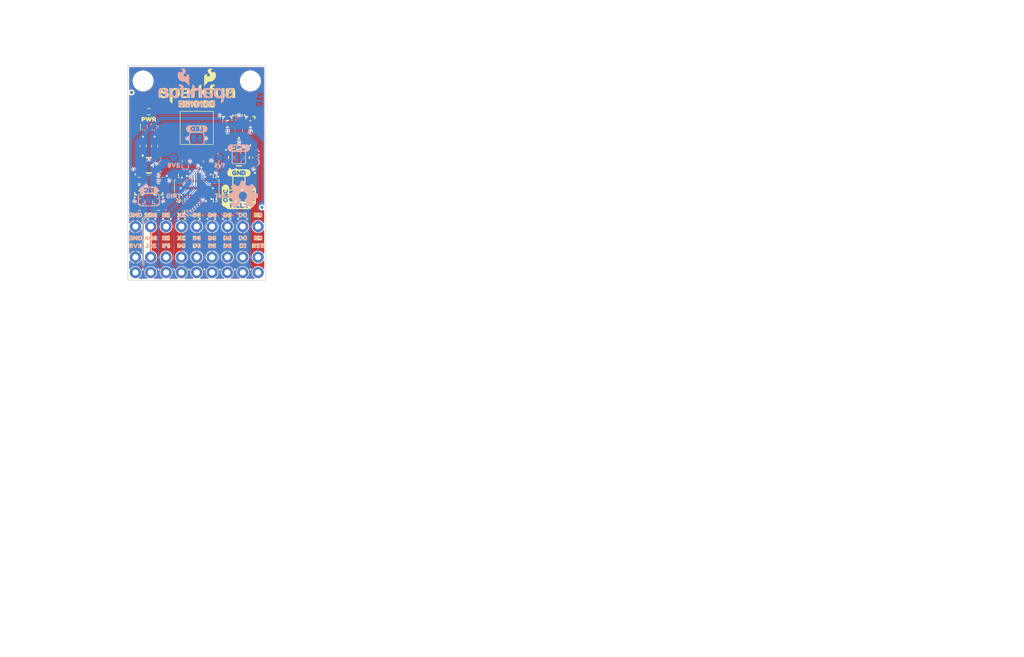
<source format=kicad_pcb>
(kicad_pcb (version 20240108) (generator "pcbnew") (generator_version "8.0")
  (title_block (title "SparkFun Camera Board - HM01B0") (date "2025-05-07") (rev "v10") (company "SparkFun Electronics") (comment 1 "Designed by: Dryw Wade"))
  (layers (0 "F.Cu" signal) (1 "In1.Cu" signal) (2 "In2.Cu" signal) (31 "B.Cu" signal) (34 "B.Paste" user) (35 "F.Paste" user) (36 "B.SilkS" user "B.Silkscreen") (37 "F.SilkS" user "F.Silkscreen") (38 "B.Mask" user) (39 "F.Mask" user) (44 "Edge.Cuts" user))
  (net 0 "")
  (net 1 "2.8V")
  (net 2 "3.3V")
  (net 3 "GND")
  (net 4 "SCL")
  (net 5 "SDA")
  (net 6 "Net-(J4-INT)")
  (net 7 "CAM_PCLK")
  (net 8 "CAM_D6")
  (net 9 "CAM_D7")
  (net 10 "CAM_SCL")
  (net 11 "CAM_MCLK")
  (net 12 "CAM_D2")
  (net 13 "CAM_D3")
  (net 14 "CAM_D0")
  (net 15 "CAM_SDA")
  (net 16 "CAM_D5")
  (net 17 "CAM_D4")
  (net 18 "CAM_D1")
  (net 19 "CAM_VS")
  (net 20 "CAM_HS")
  (net 21 "Net-(JP1-C)")
  (net 22 "Net-(JP1-A)")
  (net 23 "MCLK")
  (net 24 "Net-(JP4-A)")
  (net 25 "Net-(JP5-B)")
  (net 26 "Net-(D1-A)")
  (net 27 "1.5V")
  (net 28 "Net-(J4-TRIG)")
  (net 29 "Net-(Q3-D)")
  (net 30 "CAM_RST")
  (net 31 "CAM_PWDN")
  (net 33 "Net-(D1-K)")
  (footprint "kibuzzard-67A69D1B" (layer "F.Cu") (at 129.54 117.475)
    (property "Reference" "kibuzzard-67A69D1B" (hide yes))
    (property "Value" "G***" (hide yes))
  )
  (footprint "lcd-tft:Socket_2x12_0.4mm-pitch_5055502420" (layer "F.Cu") (at 127 109.22)
    (property "Reference" "J4")
    (property "Value" "HM01B0")
  )
  (footprint "SparkFun-Aesthetic:Creative_Commons_License" (layer "F.Cu") (at 217.17 168.91)
    (property "Reference" "G3" (hide yes))
    (property "Value" "OSHW_Logo" (hide yes))
  )
  (footprint "kibuzzard-67A69CDC" (layer "F.Cu") (at 116.84 118.745)
    (property "Reference" "kibuzzard-67A69CDC" (hide yes))
    (property "Value" "G***" (hide yes))
  )
  (footprint "kibuzzard-67A69E51" (layer "F.Cu") (at 121.92 118.745)
    (property "Reference" "kibuzzard-67A69E51" (hide yes))
    (property "Value" "G***" (hide yes))
  )
  (footprint "kibuzzard-67A69D1B" (layer "F.Cu") (at 129.54 113.665)
    (property "Reference" "kibuzzard-67A69D1B" (hide yes))
    (property "Value" "G***" (hide yes))
  )
  (footprint "SparkFun-Aesthetic:SparkFun_Logo_12.5mm" (layer "F.Cu") (at 127 93.345)
    (property "Reference" "G***" (hide yes))
    (property "Value" "LOGO" (hide yes))
  )
  (footprint "kibuzzard-67A69D28" (layer "F.Cu") (at 127 117.475)
    (property "Reference" "kibuzzard-67A69D28" (hide yes))
    (property "Value" "G***" (hide yes))
  )
  (footprint "kibuzzard-67ABE0F8" (layer "F.Cu") (at 124.46 113.665)
    (property "Reference" "kibuzzard-67ABE0F8" (hide yes))
    (property "Value" "G***" (hide yes))
  )
  (footprint "kibuzzard-67A69D0C" (layer "F.Cu") (at 134.62 117.475)
    (property "Reference" "kibuzzard-67A69D0C" (hide yes))
    (property "Value" "G***" (hide yes))
  )
  (footprint "SparkFun-Connector:1x09" (layer "F.Cu") (at 116.84 123.19)
    (property "Reference" "J1")
    (property "Value" "Conn_01x09")
  )
  (footprint "SparkFun-Resistor:R_0603_1608Metric" (layer "F.Cu") (at 133.985 101.6 180)
    (property "Reference" "R8")
    (property "Value" "100k")
  )
  (footprint "kibuzzard-67A69E55" (layer "F.Cu") (at 121.92 117.475)
    (property "Reference" "kibuzzard-67A69E55" (hide yes))
    (property "Value" "G***" (hide yes))
  )
  (footprint "SparkFun-Semiconductor-Standard:SC-89 SOT-490" (layer "F.Cu") (at 120.649998 110.49 180)
    (property "Reference" "Q1")
    (property "Value" "RE1C002UNTCL")
  )
  (footprint "SparkFun-Aesthetic:Fiducial_0.5mm_Mask1mm" (layer "F.Cu") (at 137.795 112.395)
    (property "Reference" "FID4")
    (property "Value" "Fiducial_0.5mm")
  )
  (footprint "SparkFun-Hardware:Standoff" (layer "F.Cu") (at 118.11 91.44)
    (property "Reference" "ST1")
    (property "Value" "Standoff")
  )
  (footprint "SparkFun-Resistor:R_0603_1608Metric" (layer "F.Cu") (at 135.89 99.695 180)
    (property "Reference" "R5")
    (property "Value" "100k")
  )
  (footprint "SparkFun-Aesthetic:Fiducial_0.5mm_Mask1mm" (layer "F.Cu") (at 116.205 93.345)
    (property "Reference" "FID1")
    (property "Value" "Fiducial_0.5mm")
  )
  (footprint "kibuzzard-67ABE11C" (layer "F.Cu") (at 137.16 113.665)
    (property "Reference" "kibuzzard-67ABE11C" (hide yes))
    (property "Value" "G***" (hide yes))
  )
  (footprint "kibuzzard-67A69D2F" (layer "F.Cu") (at 129.54 118.745)
    (property "Reference" "kibuzzard-67A69D2F" (hide yes))
    (property "Value" "G***" (hide yes))
  )
  (footprint "kibuzzard-67D1FF49" (layer "F.Cu") (at 127 95.25)
    (property "Reference" "kibuzzard-67D1FF49" (hide yes))
    (property "Value" "G***" (hide yes))
  )
  (footprint "kibuzzard-67A69CD2" (layer "F.Cu") (at 137.16 118.745)
    (property "Reference" "kibuzzard-67A69CD2" (hide yes))
    (property "Value" "G***" (hide yes))
  )
  (footprint "SparkFun-Capacitor:C_0603_1608Metric" (layer "F.Cu") (at 118.11 102.235 90)
    (property "Reference" "C1")
    (property "Value" "2.2uF")
  )
  (footprint "SparkFun-Capacitor:C_0603_1608Metric" (layer "F.Cu") (at 125.095 104.775 90)
    (property "Reference" "C7")
    (property "Value" "0.1uF")
  )
  (footprint "SparkFun-Capacitor:C_0603_1608Metric" (layer "F.Cu") (at 120.015 102.235 90)
    (property "Reference" "C2")
    (property "Value" "2.2uF")
  )
  (footprint "SparkFun-Resistor:R_0603_1608Metric" (layer "F.Cu") (at 117.475 107.95)
    (property "Reference" "R4")
    (property "Value" "2.2k")
  )
  (footprint "kibuzzard-67A69CE2" (layer "F.Cu") (at 116.84 117.475)
    (property "Reference" "kibuzzard-67A69CE2" (hide yes))
    (property "Value" "G***" (hide yes))
  )
  (footprint "kibuzzard-67BD0E2D" (layer "F.Cu") (at 133.985 106.68)
    (property "Reference" "kibuzzard-67BD0E2D" (hide yes))
    (property "Value" "G***" (hide yes))
  )
  (footprint "kibuzzard-67A69CEA" (layer "F.Cu") (at 119.38 113.665)
    (property "Reference" "kibuzzard-67A69CEA" (hide yes))
    (property "Value" "G***" (hide yes))
  )
  (footprint "SparkFun-Resistor:R_0603_1608Metric" (layer "F.Cu") (at 119.0625 96.52 180)
    (property "Reference" "R7")
    (property "Value" "2.2k")
  )
  (footprint "kibuzzard-67A69D0C" (layer "F.Cu") (at 134.62 113.665)
    (property "Reference" "kibuzzard-67A69D0C" (hide yes))
    (property "Value" "G***" (hide yes))
  )
  (footprint "kibuzzard-67ABE102" (layer "F.Cu") (at 124.46 118.745)
    (property "Reference" "kibuzzard-67ABE102" (hide yes))
    (property "Value" "G***" (hide yes))
  )
  (footprint "kibuzzard-67A69D32" (layer "F.Cu") (at 127 118.745)
    (property "Reference" "kibuzzard-67A69D32" (hide yes))
    (property "Value" "G***" (hide yes))
  )
  (footprint "SparkFun-Resistor:R_0603_1608Metric" (layer "F.Cu") (at 120.649998 107.95)
    (property "Reference" "R3")
    (property "Value" "2.2k")
  )
  (footprint "kibuzzard-67BD0E1B" (layer "F.Cu") (at 131.7625 110.49 90)
    (property "Reference" "kibuzzard-67BD0E1B" (hide yes))
    (property "Value" "G***" (hide yes))
  )
  (footprint "kibuzzard-67BD0E24" (layer "F.Cu") (at 136.2075 110.49 90)
    (property "Reference" "kibuzzard-67BD0E24" (hide yes))
    (property "Value" "G***" (hide yes))
  )
  (footprint "kibuzzard-67A69CE6" (layer "F.Cu") (at 119.38 118.745)
    (property "Reference" "kibuzzard-67A69CE6" (hide yes))
    (property "Value" "G***" (hide yes))
  )
  (footprint "lcd-tft:HM01B0-ANA-00FT870" (layer "F.Cu") (at 127 109.22)
    (property "Reference" "U1")
    (property "Value" "HM01B0")
  )
  (footprint "SparkFun-Semiconductor-Standard:SC-89 SOT-490" (layer "F.Cu") (at 117.475 110.49 180)
    (property "Reference" "Q2")
    (property "Value" "RE1C002UNTCL")
  )
  (footprint "kibuzzard-67ABE0F8" (layer "F.Cu") (at 124.46 117.475)
    (property "Reference" "kibuzzard-67ABE0F8" (hide yes))
    (property "Value" "G***" (hide yes))
  )
  (footprint "kibuzzard-67D21B41" (layer "F.Cu") (at 119.0625 97.79)
    (property "Reference" "kibuzzard-67D21B41" (hide yes))
    (property "Value" "G***" (hide yes))
  )
  (footprint "SparkFun-Capacitor:C_0603_1608Metric" (layer "F.Cu") (at 136.779 104.14 90)
    (property "Reference" "C5")
    (property "Value" "10nF")
  )
  (footprint "SparkFun-Capacitor:C_0603_1608Metric" (layer "F.Cu") (at 130.175 104.775 90)
    (property "Reference" "C6")
    (property "Value" "0.1uF")
  )
  (footprint "SparkFun-Resistor:R_0603_1608Metric" (layer "F.Cu") (at 120.649996 112.395)
    (property "Reference" "R1")
    (property "Value" "2.2k")
  )
  (footprint "kibuzzard-67D1FE09" (layer "F.Cu") (at 133.985 112.0775)
    (property "Reference" "kibuzzard-67D1FE09" (hide yes))
    (property "Value" "G***" (hide yes))
  )
  (footprint "SparkFun-Capacitor:C_0603_1608Metric" (layer "F.Cu") (at 128.5875 104.775 90)
    (property "Reference" "C8")
    (property "Value" "0.1uF")
  )
  (footprint "SparkFun-Semiconductor-Standard:SC-89 SOT-490" (layer "F.Cu") (at 132.08 97.155)
    (property "Reference" "Q4")
    (property "Value" "RE1C002UNTCL")
  )
  (footprint "SparkFun-Resistor:R_0603_1608Metric" (layer "F.Cu") (at 132.08 99.695 180)
    (property "Reference" "R6")
    (property "Value" "100k")
  )
  (footprint "SparkFun-Jumper:Jumper_2_NO" (layer "F.Cu") (at 133.985 108.331 -90)
    (property "Reference" "JP6")
    (property "Value" "MCLK_GND")
  )
  (footprint "kibuzzard-67ABE11C" (layer "F.Cu") (at 137.16 117.475)
    (property "Reference" "kibuzzard-67ABE11C" (hide yes))
    (property "Value" "G***" (hide yes))
  )
  (footprint "kibuzzard-67A69D16" (layer "F.Cu") (at 132.08 113.665)
    (property "Reference" "kibuzzard-67A69D16" (hide yes))
    (property "Value" "G***" (hide yes))
  )
  (footprint "kibuzzard-67A69CE2" (layer "F.Cu") (at 116.84 113.665)
    (property "Reference" "kibuzzard-67A69CE2" (hide yes))
    (property "Value" "G***" (hide yes))
  )
  (footprint "SparkFun-Resistor:R_0603_1608Metric" (layer "F.Cu") (at 117.475 112.395)
    (property "Reference" "R2")
    (property "Value" "2.2k")
  )
  (footprint "SparkFun-LED:LED_0603_1608Metric_Red" (layer "F.Cu") (at 119.0625 99.06)
    (property "Reference" "D1")
    (property "Value" "Red")
  )
  (footprint "SparkFun-Connector:1x09" (layer "F.Cu") (at 116.84 115.57)
    (property "Reference" "J3")
    (property "Value" "Conn_01x09")
  )
  (footprint "kibuzzard-67A69D16" (layer "F.Cu") (at 132.08 117.475)
    (property "Reference" "kibuzzard-67A69D16" (hide yes))
    (property "Value" "G***" (hide yes))
  )
  (footprint "SparkFun-Hardware:Standoff" (layer "F.Cu") (at 135.89 91.44)
    (property "Reference" "ST2")
    (property "Value" "Standoff")
  )
  (footprint "SparkFun-Resistor:R_0603_1608Metric" (layer "F.Cu") (at 133.985 97.155 90)
    (property "Reference" "R9")
    (property "Value" "100k")
  )
  (footprint "SparkFun-Jumper:Jumper_3_NC-1_Trace" (layer "F.Cu") (at 133.985 110.49)
    (property "Reference" "JP4")
    (property "Value" "MCLK")
  )
  (footprint "SparkFun-Clock:Crystal_SMD_3.2x2.5mm" (layer "F.Cu") (at 133.985 104.14 180)
    (property "Reference" "Y1")
    (property "Value" "24MHz")
  )
  (footprint "kibuzzard-67A69E55" (layer "F.Cu") (at 121.92 113.665)
    (property "Reference" "kibuzzard-67A69E55" (hide yes))
    (property "Value" "G***" (hide yes))
  )
  (footprint "SparkFun-Semiconductor-Standard:SOT23-5" (layer "F.Cu") (at 119.0625 105.41)
    (property "Reference" "U2")
    (property "Value" "RT9080-2.8V")
  )
  (footprint "kibuzzard-67A69CEA" (layer "F.Cu") (at 119.38 117.475)
    (property "Reference" "kibuzzard-67A69CEA" (hide yes))
    (property "Value" "G***" (hide yes))
  )
  (footprint "kibuzzard-67A69D28" (layer "F.Cu") (at 127 113.665)
    (property "Reference" "kibuzzard-67A69D28" (hide yes))
    (property "Value" "G***" (hide yes))
  )
  (footprint "SparkFun-Semiconductor-Standard:SC-89 SOT-490" (layer "F.Cu") (at 135.89 97.155)
    (property "Reference" "Q3")
    (property "Value" "RE1C002UNTCL")
  )
  (footprint "kibuzzard-67A69D2C" (layer "F.Cu") (at 132.08 118.745)
    (property "Reference" "kibuzzard-67A69D2C" (hide yes))
    (property "Value" "G***" (hide yes))
  )
  (footprint "kibuzzard-67A69D0F" (layer "F.Cu") (at 134.62 118.745)
    (property "Reference" "kibuzzard-67A69D0F" (hide yes))
    (property "Value" "G***" (hide yes))
  )
  (footprint "SparkFun-Connector:1x09" (layer "F.Cu") (at 116.84 120.65)
    (property "Reference" "J2")
    (property "Value" "Conn_01x09")
  )
  (footprint "kibuzzard-67A69D2C" (layer "B.Cu") (at 132.08 118.745 180)
    (property "Reference" "kibuzzard-67A69D2C" (hide yes))
    (property "Value" "G***" (hide yes))
  )
  (footprint "SparkFun-Aesthetic:Fiducial_0.5mm_Mask1mm" (layer "B.Cu") (at 116.205 93.345 180)
    (property "Reference" "FID3")
    (property "Value" "Fiducial_0.5mm")
  )
  (footprint "SparkFun-Connector:TestPoint-1.25mm" (layer "B.Cu") (at 123.19 104.14 180)
    (property "Reference" "TP3")
    (property "Value" "1.25mm")
  )
  (footprint "SparkFun-Connector:TestPoint-1.25mm" (layer "B.Cu") (at 123.19 109.22 180)
    (property "Reference" "TP1")
    (property "Value" "1.25mm")
  )
  (footprint "kibuzzard-67A69D0F" (layer "B.Cu") (at 134.62 118.745 180)
    (property "Reference" "kibuzzard-67A69D0F" (hide yes))
    (property "Value" "G***" (hide yes))
  )
  (footprint "kibuzzard-67ABE0F8" (layer "B.Cu") (at 124.46 113.665 180)
    (property "Reference" "kibuzzard-67ABE0F8" (hide yes))
    (property "Value" "G***" (hide yes))
  )
  (footprint "SparkFun-Aesthetic:OSHW_Logo_5mm" (layer "B.Cu") (at 134.62 110.49 180)
    (property "Reference" "Ref**" (hide yes))
    (property "Value" "Val**" (hide yes))
  )
  (footprint "kibuzzard-67ABE0F8" (layer "B.Cu") (at 124.46 117.475 180)
    (property "Reference" "kibuzzard-67ABE0F8" (hide yes))
    (property "Value" "G***" (hide yes))
  )
  (footprint "kibuzzard-67ABE11C" (layer "B.Cu") (at 137.16 113.665 180)
    (property "Reference" "kibuzzard-67ABE11C" (hide yes))
    (property "Value" "G***" (hide yes))
  )
  (footprint "kibuzzard-67A69E55" (layer "B.Cu") (at 121.92 117.475 180)
    (property "Reference" "kibuzzard-67A69E55" (hide yes))
    (property "Value" "G***" (hide yes))
  )
  (footprint "kibuzzard-67A69D0C" (layer "B.Cu") (at 134.62 113.665 180)
    (property "Reference" "kibuzzard-67A69D0C" (hide yes))
    (property "Value" "G***" (hide yes))
  )
  (footprint "kibuzzard-67BD0D0F" (layer "B.Cu") (at 133.985 102.5525 180)
    (property "Reference" "kibuzzard-67BD0D0F" (hide yes))
    (property "Value" "G***" (hide yes))
  )
  (footprint "kibuzzard-67A69D16" (layer "B.Cu") (at 132.08 113.665 180)
    (property "Reference" "kibuzzard-67A69D16" (hide yes))
    (property "Value" "G***" (hide yes))
  )
  (footprint "kibuzzard-67A69CE2" (layer "B.Cu") (at 116.84 113.665 180)
    (property "Reference" "kibuzzard-67A69CE2" (hide yes))
    (property "Value" "G***" (hide yes))
  )
  (footprint "SparkFun-Aesthetic:Fiducial_0.5mm_Mask1mm" (layer "B.Cu") (at 137.795 112.395 180)
    (property "Reference" "FID2")
    (property "Value" "Fiducial_0.5mm")
  )
  (footprint "kibuzzard-67A69D28" (layer "B.Cu") (at 127 117.475 180)
    (property "Reference" "kibuzzard-67A69D28" (hide yes))
    (property "Value" "G***" (hide yes))
  )
  (footprint "SparkFun-Connector:TestPoint-1.25mm" (layer "B.Cu") (at 130.81 104.14 180)
    (property "Reference" "TP4")
    (property "Value" "1.25mm")
  )
  (footprint "kibuzzard-67A69D16" (layer "B.Cu") (at 132.08 117.475 180)
    (property "Reference" "kibuzzard-67A69D16" (hide yes))
    (property "Value" "G***" (hide yes))
  )
  (footprint "kibuzzard-681BB1F9" (layer "B.Cu") (at 123.19 105.41 180)
    (property "Reference" "kibuzzard-681BB1F9" (hide yes))
    (property "Value" "G***" (hide yes))
  )
  (footprint "kibuzzard-67A69D32" (layer "B.Cu") (at 127 118.745 180)
    (property "Reference" "kibuzzard-67A69D32" (hide yes))
    (property "Value" "G***" (hide yes))
  )
  (footprint "kibuzzard-67ABE11C" (layer "B.Cu") (at 137.16 117.475 180)
    (property "Reference" "kibuzzard-67ABE11C" (hide yes))
    (property "Value" "G***" (hide yes))
  )
  (footprint "kibuzzard-67C103CA" (layer "B.Cu") (at 127 99.3775 180)
    (property "Reference" "kibuzzard-67C103CA" (hide yes))
    (property "Value" "G***" (hide yes))
  )
  (footprint "SparkFun-Connector:TestPoint-1.25mm" (layer "B.Cu") (at 130.81 109.22 180)
    (property "Reference" "TP2")
    (property "Value" "1.25mm")
  )
  (footprint "SparkFun-Aesthetic:SparkFun_Logo_12.5mm" (layer "B.Cu") (at 127 93.345 180)
    (property "Reference" "G***" (hide yes))
    (property "Value" "LOGO" (hide yes))
  )
  (footprint "kibuzzard-67A69CE6" (layer "B.Cu") (at 119.38 118.745 180)
    (property "Reference" "kibuzzard-67A69CE6" (hide yes))
    (property "Value" "G***" (hide yes))
  )
  (footprint "kibuzzard-67A69D1B" (layer "B.Cu") (at 129.54 113.665 180)
    (property "Reference" "kibuzzard-67A69D1B" (hide yes))
    (property "Value" "G***" (hide yes))
  )
  (footprint "kibuzzard-67A69D0C" (layer "B.Cu") (at 134.62 117.475 180)
    (property "Reference" "kibuzzard-67A69D0C" (hide yes))
    (property "Value" "G***" (hide yes))
  )
  (footprint "kibuzzard-67A69D28" (layer "B.Cu") (at 127 113.665 180)
    (property "Reference" "kibuzzard-67A69D28" (hide yes))
    (property "Value" "G***" (hide yes))
  )
  (footprint "SparkFun-Jumper:Jumper_3_NC-2_Trace" (layer "B.Cu") (at 119.0625 111.125)
    (property "Reference" "JP1")
    (property "Value" "I2C")
  )
  (footprint "kibuzzard-67A69CE2" (layer "B.Cu") (at 116.84 117.475 180)
    (property "Reference" "kibuzzard-67A69CE2" (hide yes))
    (property "Value" "G***" (hide yes))
  )
  (footprint "kibuzzard-67D20C5D" (layer "B.Cu") (at 123.19 110.49 180)
    (property "Reference" "kibuzzard-67D20C5D" (hide yes))
    (property "Value" "G***" (hide yes))
  )
  (footprint "kibuzzard-67A69D2F" (layer "B.Cu") (at 129.54 118.745 180)
    (property "Reference" "kibuzzard-67A69D2F" (hide yes))
    (property "Value" "G***" (hide yes))
  )
  (footprint "kibuzzard-67A69E55" (layer "B.Cu") (at 121.92 113.665 180)
    (property "Reference" "kibuzzard-67A69E55" (hide yes))
    (property "Value" "G***" (hide yes))
  )
  (footprint "kibuzzard-67BD0B0F" (layer "B.Cu") (at 119.0625 109.5375 180)
    (property "Reference" "kibuzzard-67BD0B0F" (hide yes))
    (property "Value" "G***" (hide yes))
  )
  (footprint "kibuzzard-67A69D1B" (layer "B.Cu") (at 129.54 117.475 180)
    (property "Reference" "kibuzzard-67A69D1B" (hide yes))
    (property "Value" "G***" (hide yes))
  )
  (footprint "kibuzzard-67A69CDC" (layer "B.Cu") (at 116.84 118.745 180)
    (property "Reference" "kibuzzard-67A69CDC" (hide yes))
    (property "Value" "G***" (hide yes))
  )
  (footprint "kibuzzard-67A69CEA" (layer "B.Cu") (at 119.38 117.475 180)
    (property "Reference" "kibuzzard-67A69CEA" (hide yes))
    (property "Value" "G***" (hide yes))
  )
  (footprint "kibuzzard-67A69CD2" (layer "B.Cu") (at 137.16 118.745 180)
    (property "Reference" "kibuzzard-67A69CD2" (hide yes))
    (property "Value" "G***" (hide yes))
  )
  (footprint "kibuzzard-67A69E51" (layer "B.Cu") (at 121.92 118.745 180)
    (property "Reference" "kibuzzard-67A69E51" (hide yes))
    (property "Value" "G***" (hide yes))
  )
  (footprint "SparkFun-Jumper:Jumper_2_NO" (layer "B.Cu") (at 133.985 104.14)
    (property "Reference" "JP5")
    (property "Value" "OSC")
  )
  (footprint "kibuzzard-67D1FF49" (layer "B.Cu") (at 127 95.25 180)
    (property "Reference" "kibuzzard-67D1FF49" (hide yes))
    (property "Value" "G***" (hide yes))
  )
  (footprint "kibuzzard-67A69CEA" (layer "B.Cu") (at 119.38 113.665 180)
    (property "Reference" "kibuzzard-67A69CEA" (hide yes))
    (property "Value" "G***" (hide yes))
  )
  (footprint "kibuzzard-67D20C65" (layer "B.Cu") (at 130.81 110.49 180)
    (property "Reference" "kibuzzard-67D20C65" (hide yes))
    (property "Value" "G***" (hide yes))
  )
  (footprint "kibuzzard-67ABE102" (layer "B.Cu") (at 124.46 118.745 180)
    (property "Reference" "kibuzzard-67ABE102" (hide yes))
    (property "Value" "G***" (hide yes))
  )
  (footprint "kibuzzard-681BB1E7" (layer "B.Cu") (at 130.81 105.41 180)
    (property "Reference" "kibuzzard-681BB1E7" (hide yes))
    (property "Value" "G***" (hide yes))
  )
  (footprint "SparkFun-Jumper:Jumper_2_NC_Trace" (layer "B.Cu") (at 127 100.965)
    (property "Reference" "JP7")
    (property "Value" "PWR")
  )
  (gr_poly (pts (xy 115.57 124.46) (xy 115.57 88.9) (xy 138.43 88.9) (xy 138.43 124.46)) (stroke (width 0.1)) (fill none) (layer "Edge.Cuts"))
  (gr_text "v10" (at 137.414 94.488 90) (layer "B.Cu" knockout) (effects (font (size 0.889 0.889) (thickness 0.22225) (bold yes)) (justify mirror)))
  (segment (start 121.149998 109.39) (end 121.474998 109.065) (width 0.127) (layer "F.Cu") (net 1))
  (segment (start 120.015 103.632) (end 120.015 103.01) (width 0.254) (layer "F.Cu") (net 1))
  (segment (start 124.941553 107.007841) (end 125.095 106.854394) (width 0.127) (layer "F.Cu") (net 1))
  (segment (start 124.941553 107.352053) (end 124.941553 107.007841) (width 0.127) (layer "F.Cu") (net 1))
  (segment (start 125.87 104.775) (end 125.095 105.55) (width 0.127) (layer "F.Cu") (net 1))
  (segment (start 128.834933 107.512067) (end 128.834933 106.482933) (width 0.127) (layer "F.Cu") (net 1))
  (segment (start 118.539623 108.825377) (end 117.975 109.39) (width 0.127) (layer "F.Cu") (net 1))
  (segment (start 118.539623 108.825376) (end 118.3 108.585753) (width 0.127) (layer "F.Cu") (net 1))
  (segment (start 133.985 101.6) (end 133.16 101.6) (width 0.127) (layer "F.Cu") (net 1))
  (segment (start 135.16 104.915) (end 136.779 104.915) (width 0.127) (layer "F.Cu") (net 1))
  (segment (start 125.2 107.6105) (end 124.941553 107.352053) (width 0.127) (layer "F.Cu") (net 1))
  (segment (start 136.398 106.045) (end 136.779 105.664) (width 0.127) (layer "F.Cu") (net 1))
  (segment (start 120.3626 104.46) (end 120.3626 105.0624) (width 0.254) (layer "F.Cu") (net 1))
  (segment (start 118.3 108.585753) (end 118.3 107.95) (width 0.127) (layer "F.Cu") (net 1))
  (segment (start 128.8 107.547) (end 128.834933 107.512067) (width 0.127) (layer "F.Cu") (net 1))
  (segment (start 120.3626 104.46) (end 120.3626 103.9796) (width 0.254) (layer "F.Cu") (net 1))
  (segment (start 128.834933 106.482933) (end 128.5875 106.2355) (width 0.127) (layer "F.Cu") (net 1))
  (segment (start 129.413 104.648) (end 129.413 104.7245) (width 0.127) (layer "F.Cu") (net 1))
  (segment (start 128.5875 106.2355) (end 128.5875 105.55) (width 0.127) (layer "F.Cu") (net 1))
  (segment (start 129.413 104.7245) (end 128.5875 105.55) (width 0.127) (layer "F.Cu") (net 1))
  (segment (start 121.474998 109.065) (end 121.474998 107.95) (width 0.127) (layer "F.Cu") (net 1))
  (segment (start 120.3626 103.9796) (end 120.015 103.632) (width 0.254) (layer "F.Cu") (net 1))
  (segment (start 125.095 106.854394) (end 125.095 105.55) (width 0.127) (layer "F.Cu") (net 1))
  (segment (start 120.3626 105.0624) (end 120.3325 105.0925) (width 0.254) (layer "F.Cu") (net 1))
  (segment (start 136.779 105.664) (end 136.779 104.915) (width 0.127) (layer "F.Cu") (net 1))
  (segment (start 128.8 108.045) (end 128.8 107.547) (width 0.127) (layer "F.Cu") (net 1))
  (segment (start 118.539623 108.825376) (end 118.539623 108.825377) (width 0.127) (layer "F.Cu") (net 1))
  (segment (start 121.474998 107.95) (end 122.428 107.95) (width 0.127) (layer "F.Cu") (net 1))
  (segment (start 125.2 108.045) (end 125.2 107.6105) (width 0.127) (layer "F.Cu") (net 1))
  (segment (start 135.085 104.99) (end 135.16 104.915) (width 0.127) (layer "F.Cu") (net 1))
  (via (at 118.539623 108.825376) (size 0.45) (drill 0.3) (layers "F.Cu" "B.Cu") (net 1))
  (via (at 122.428 107.95) (size 0.45) (drill 0.3) (layers "F.Cu" "B.Cu") (net 1))
  (via (at 136.398 106.045) (size 0.45) (drill 0.3) (layers "F.Cu" "B.Cu") (net 1))
  (via (at 129.413 104.648) (size 0.45) (drill 0.3) (layers "F.Cu" "B.Cu") (net 1))
  (via (at 128.524 100.965) (size 0.45) (drill 0.3) (layers "F.Cu" "B.Cu") (net 1))
  (via (at 125.87 104.775) (size 0.45) (drill 0.3) (layers "F.Cu" "B.Cu") (net 1))
  (via (at 120.3325 105.0925) (size 0.45) (drill 0.3) (layers "F.Cu" "B.Cu") (net 1))
  (via (at 133.985 101.6) (size 0.45) (drill 0.3) (layers "F.Cu" "B.Cu") (net 1))
  (segment (start 121.285 104.14) (end 120.3325 105.0925) (width 0.127) (layer "B.Cu") (net 1))
  (segment (start 123.19 104.14) (end 121.285 104.14) (width 0.127) (layer "B.Cu") (net 1))
  (segment (start 127.5207 100.965) (end 128.524 100.965) (width 0.127) (layer "B.Cu") (net 1))
  (segment (start 133.985 97.98) (end 133.985 97.155) (width 0.127) (layer "F.Cu") (net 2))
  (segment (start 117.7624 103.9796) (end 117.7624 104.46) (width 0.127) (layer "F.Cu") (net 2))
  (segment (start 118.11 103.632) (end 117.7624 103.9796) (width 0.127) (layer "F.Cu") (net 2))
  (segment (start 119.06 104.46) (end 119.0625 104.4575) (width 0.127) (layer "F.Cu") (net 2))
  (segment (start 117.7624 104.46) (end 119.06 104.46) (width 0.127) (layer "F.Cu") (net 2))
  (segment (start 118.11 103.01) (end 118.11 103.632) (width 0.127) (layer "F.Cu") (net 2))
  (via (at 133.985 97.155) (size 0.45) (drill 0.3) (layers "F.Cu" "B.Cu") (net 2))
  (via (at 119.0625 104.4575) (size 0.45) (drill 0.3) (layers "F.Cu" "B.Cu") (net 2))
  (segment (start 119.0625 100.33) (end 121.285 98.1075) (width 0.127) (layer "B.Cu") (net 2))
  (segment (start 116.84 123.19) (end 118.11 121.92) (width 0.127) (layer "B.Cu") (net 2))
  (segment (start 118.11 114.3) (end 119.0625 113.3475) (width 0.127) (layer "B.Cu") (net 2))
  (segment (start 118.11 121.92) (end 118.11 114.3) (width 0.127) (layer "B.Cu") (net 2))
  (segment (start 119.0625 111.125) (end 119.0625 104.4575) (width 0.127) (layer "B.Cu") (net 2))
  (segment (start 119.0625 104.4575) (end 119.0625 100.33) (width 0.127) (layer "B.Cu") (net 2))
  (segment (start 121.285 98.1075) (end 133.0325 98.1075) (width 0.127) (layer "B.Cu") (net 2))
  (segment (start 119.0625 113.3475) (end 119.0625 111.125) (width 0.127) (layer "B.Cu") (net 2))
  (segment (start 133.0325 98.1075) (end 133.985 97.155) (width 0.127) (layer "B.Cu") (net 2))
  (via (at 128.27 122.682) (size 0.45) (drill 0.3) (layers "F.Cu" "B.Cu") (net 3))
  (via (at 121.412 114.3) (size 0.45) (drill 0.3) (layers "F.Cu" "B.Cu") (net 3))
  (via (at 133.459546 111.424004) (size 0.45) (drill 0.3) (layers "F.Cu" "B.Cu") (net 3))
  (via (at 120.142 114.3) (size 0.45) (drill 0.3) (layers "F.Cu" "B.Cu") (net 3))
  (via (at 135.89 122.682) (size 0.45) (drill 0.3) (layers "F.Cu" "B.Cu") (net 3))
  (via (at 117.475 108.712) (size 0.45) (drill 0.3) (layers "F.Cu" "B.Cu") (net 3))
  (via (at 116.713 110.744) (size 0.45) (drill 0.3) (layers "F.Cu" "B.Cu") (net 3))
  (via (at 131.318 114.3) (size 0.45) (drill 0.3) (layers "F.Cu" "B.Cu") (net 3))
  (via (at 118.11 100.6602) (size 0.45) (drill 0.3) (layers "F.Cu" "B.Cu") (net 3))
  (via (at 118.11 122.682) (size 0.45) (drill 0.3) (layers "F.Cu" "B.Cu") (net 3))
  (via (at 122.682 114.3) (size 0.45) (drill 0.3) (layers "F.Cu" "B.Cu") (net 3))
  (via (at 120.65 122.682) (size 0.45) (drill 0.3) (layers "F.Cu" "B.Cu") (net 3))
  (via (at 124.333 109.22) (size 0.45) (drill 0.3) (layers "F.Cu" "B.Cu") (net 3))
  (via (at 130.556 107.315) (size 0.45) (drill 0.3) (layers "F.Cu" "B.Cu") (net 3))
  (via (at 130.048 114.3) (size 0.45) (drill 0.3) (layers "F.Cu" "B.Cu") (net 3))
  (via (at 134.9375 97.155) (size 0.45) (drill 0.3) (layers "F.Cu" "B.Cu") (net 3))
  (via (at 135.382 114.3) (size 0.45) (drill 0.3) (layers "F.Cu" "B.Cu") (net 3))
  (via (at 135.89 99.06) (size 0.45) (drill 0.3) (layers "F.Cu" "B.Cu") (net 3))
  (via (at 118.872 114.3) (size 0.45) (drill 0.3) (layers "F.Cu" "B.Cu") (net 3))
  (via (at 132.461 106.045) (size 0.45) (drill 0.3) (layers "F.Cu" "B.Cu") (net 3))
  (via (at 124.53881 107.454225) (size 0.45) (drill 0.3) (layers "F.Cu" "B.Cu") (net 3))
  (via (at 121.412 110.744) (size 0.45) (drill 0.3) (layers "F.Cu" "B.Cu") (net 3))
  (via (at 133.858 114.3) (size 0.45) (drill 0.3) (layers "F.Cu" "B.Cu") (net 3))
  (via (at 129.286 106.934) (size 0.45) (drill 0.3) (layers "F.Cu" "B.Cu") (net 3))
  (via (at 132.08 99.06) (size 0.45) (drill 0.3) (layers "F.Cu" "B.Cu") (net 3))
  (via (at 133.985 100.838) (size 0.45) (drill 0.3) (layers "F.Cu" "B.Cu") (net 3))
  (via (at 123.952 114.3) (size 0.45) (drill 0.3) (layers "F.Cu" "B.Cu") (net 3))
  (via (at 128.778 114.3) (size 0.45) (drill 0.3) (layers "F.Cu" "B.Cu") (net 3))
  (via (at 130.81 122.682) (size 0.45) (drill 0.3) (layers "F.Cu" "B.Cu") (net 3))
  (via (at 133.477 106.045) (size 0.45) (drill 0.3) (layers "F.Cu" "B.Cu") (net 3))
  (via (at 135.89 102.108) (size 0.45) (drill 0.3) (layers "F.Cu" "B.Cu") (net 3))
  (via (at 131.826 102.87) (size 0.45) (drill 0.3) (layers "F.Cu" "B.Cu") (net 3))
  (via (at 120.015 100.6602) (size 0.45) (drill 0.3) (layers "F.Cu" "B.Cu") (net 3))
  (via (at 129.413 110.998) (size 0.45) (drill 0.3) (layers "F.Cu" "B.Cu") (net 3))
  (via (at 125.095 114.3) (size 0.45) (drill 0.3) (layers "F.Cu" "B.Cu") (net 3))
  (via (at 128.532087 111.383043) (size 0.45) (drill 0.3) (layers "F.Cu" "B.Cu") (net 3))
  (via (at 116.84 106.934) (size 0.45) (drill 0.3) (layers "F.Cu" "B.Cu") (net 3))
  (via (at 134.493 109.474) (size 0.45) (drill 0.3) (layers "F.Cu" "B.Cu") (net 3))
  (via (at 127.508 114.3) (size 0.45) (drill 0.3) (layers "F.Cu" "B.Cu") (net 3))
  (via (at 127.7605 105.790975) (size 0.45) (drill 0.3) (layers "F.Cu" "B.Cu") (net 3))
  (via (at 125.357053 107.179947) (size 0.45) (drill 0.3) (layers "F.Cu" "B.Cu") (net 3))
  (via (at 122.047 107.188) (size 0.45) (drill 0.3) (layers "F.Cu" "B.Cu") (net 3))
  (via (at 124.079 111.506) (size 0.45) (drill 0.3) (layers "F.Cu" "B.Cu") (net 3))
  (via (at 123.19 122.682) (size 0.45) (drill 0.3) (layers "F.Cu" "B.Cu") (net 3))
  (via (at 134.493 111.506) (size 0.45) (drill 0.3) (layers "F.Cu" "B.Cu") (net 3))
  (via (at 129.667 109.22) (size 0.45) (drill 0.3) (layers "F.Cu" "B.Cu") (net 3))
  (via (at 132.588 114.3) (size 0.45) (drill 0.3) (layers "F.Cu" "B.Cu") (net 3))
  (via (at 125.73 122.682) (size 0.45) (drill 0.3) (layers "F.Cu" "B.Cu") (net 3))
  (via (at 128.419433 107.320168) (size 0.45) (drill 0.3) (layers "F.Cu" "B.Cu") (net 3))
  (via (at 136.652 106.68) (size 0.45) (drill 0.3) (layers "F.Cu" "B.Cu") (net 3))
  (via (at 119.507 105.41) (size 0.45) (drill 0.3) (layers "F.Cu" "B.Cu") (net 3))
  (via (at 133.35 122.682) (size 0.45) (drill 0.3) (layers "F.Cu" "B.Cu") (net 3))
  (via (at 133.0325 97.155) (size 0.45) (drill 0.3) (layers "F.Cu" "B.Cu") (net 3))
  (via (at 125.857 106.426) (size 0.45) (drill 0.3) (layers "F.Cu" "B.Cu") (net 3))
  (segment (start 119.38 123.19) (end 118.11 121.92) (width 0.127) (layer "F.Cu") (net 4))
  (segment (start 118.11 114.3) (end 118.3 114.11) (width 0.127) (layer "F.Cu") (net 4))
  (segment (start 118.11 121.92) (end 118.11 114.3) (width 0.127) (layer "F.Cu") (net 4))
  (segment (start 118.3 112.395) (end 118.3 111.365) (width 0.127) (layer "F.Cu") (net 4))
  (segment (start 118.3 111.365) (end 117.475 110.54) (width 0.127) (layer "F.Cu") (net 4))
  (segment (start 118.3 114.11) (end 118.3 112.395) (width 0.127) (layer "F.Cu") (net 4))
  (segment (start 119.824996 111.365002) (end 120.649998 110.54) (width 0.127) (layer "F.Cu") (net 5))
  (segment (start 119.38 114.3) (end 119.824996 113.855004) (width 0.127) (layer "F.Cu") (net 5))
  (segment (start 119.824996 113.855004) (end 119.824996 112.395) (width 0.127) (layer "F.Cu") (net 5))
  (segment (start 119.38 120.65) (end 119.38 115.57) (width 0.127) (layer "F.Cu") (net 5))
  (segment (start 119.824996 112.395) (end 119.824996 111.365002) (width 0.127) (layer "F.Cu") (net 5))
  (segment (start 119.38 115.57) (end 119.38 114.3) (width 0.127) (layer "F.Cu") (net 5))
  (segment (start 128 106.931008) (end 128.070004 106.861004) (width 0.127) (layer "F.Cu") (net 6))
  (segment (start 128 108.045) (end 128 106.931008) (width 0.127) (layer "F.Cu") (net 6))
  (via (at 128.070004 106.861004) (size 0.45) (drill 0.3) (layers "F.Cu" "B.Cu") (net 6))
  (segment (start 128.003933 106.927075) (end 128.070004 106.861004) (width 0.127) (layer "B.Cu") (net 6))
  (segment (start 130.175 108.585) (end 128.905 108.585) (width 0.127) (layer "B.Cu") (net 6))
  (segment (start 128.905 108.585) (end 128.003933 107.683933) (width 0.127) (layer "B.Cu") (net 6))
  (segment (start 130.81 109.22) (end 130.175 108.585) (width 0.127) (layer "B.Cu") (net 6))
  (segment (start 128.003933 107.683933) (end 128.003933 106.927075) (width 0.127) (layer "B.Cu") (net 6))
  (segment (start 128 111.109) (end 128 110.395) (width 0.127) (layer "F.Cu") (net 7))
  (segment (start 128.016 111.125) (end 128 111.109) (width 0.127) (layer "F.Cu") (net 7))
  (via (at 128.016 111.125) (size 0.45) (drill 0.3) (layers "F.Cu" "B.Cu") (net 7))
  (segment (start 124.46 123.19) (end 123.19 121.92) (width 0.127) (layer "B.Cu") (net 7))
  (segment (start 124.46 113.03) (end 126.111 113.03) (width 0.127) (layer "B.Cu") (net 7))
  (segment (start 123.19 114.3) (end 124.46 113.03) (width 0.127) (layer "B.Cu") (net 7))
  (segment (start 126.111 113.03) (end 128.016 111.125) (width 0.127) (layer "B.Cu") (net 7))
  (segment (start 123.19 121.92) (end 123.19 114.3) (width 0.127) (layer "B.Cu") (net 7))
  (segment (start 127 120.65) (end 127 115.57) (width 0.127) (layer "F.Cu") (net 8))
  (segment (start 127 115.57) (end 127 114.3) (width 0.127) (layer "F.Cu") (net 8))
  (segment (start 126.111 114.046) (end 125.2 113.135) (width 0.127) (layer "F.Cu") (net 8))
  (segment (start 127 114.3) (end 126.746 114.046) (width 0.127) (layer "F.Cu") (net 8))
  (segment (start 126.746 114.046) (end 126.111 114.046) (width 0.127) (layer "F.Cu") (net 8))
  (segment (start 125.2 113.135) (end 125.2 110.395) (width 0.127) (layer "F.Cu") (net 8))
  (segment (start 125.73 121.92) (end 127 123.19) (width 0.127) (layer "F.Cu") (net 9))
  (segment (start 124.8 113.37) (end 125.73 114.3) (width 0.127) (layer "F.Cu") (net 9))
  (segment (start 125.73 114.3) (end 125.73 121.92) (width 0.127) (layer "F.Cu") (net 9))
  (segment (start 124.8 110.395) (end 124.8 113.37) (width 0.127) (layer "F.Cu") (net 9))
  (segment (start 127.2 105.517151) (end 127.2 108.045) (width 0.127) (layer "F.Cu") (net 10))
  (segment (start 116.975 109.39) (end 116.65 109.065) (width 0.127) (layer "F.Cu") (net 10))
  (segment (start 117.666 106.934) (end 120.2055 106.934) (width 0.127) (layer "F.Cu") (net 10))
  (segment (start 127.19018 105.507331) (end 127.2 105.517151) (width 0.127) (layer "F.Cu") (net 10))
  (segment (start 120.2055 106.934) (end 120.3325 107.061) (width 0.127) (layer "F.Cu") (net 10))
  (segment (start 116.65 107.95) (end 117.666 106.934) (width 0.127) (layer "F.Cu") (net 10))
  (segment (start 120.3325 107.061) (end 120.65 107.061) (width 0.127) (layer "F.Cu") (net 10))
  (segment (start 116.65 109.065) (end 116.65 107.95) (width 0.127) (layer "F.Cu") (net 10))
  (via (at 120.65 107.061) (size 0.45) (drill 0.3) (layers "F.Cu" "B.Cu") (net 10))
  (via (at 127.19018 105.507331) (size 0.45) (drill 0.3) (layers "F.Cu" "B.Cu") (net 10))
  (segment (start 122.203669 105.507331) (end 127.19018 105.507331) (width 0.127) (layer "B.Cu") (net 10))
  (segment (start 120.65 107.061) (end 122.203669 105.507331) (width 0.127) (layer "B.Cu") (net 10))
  (segment (start 128.8 111.02) (end 129.667 111.887) (width 0.127) (layer "F.Cu") (net 11))
  (segment (start 129.667 111.887) (end 133.604 111.887) (width 0.127) (layer "F.Cu") (net 11))
  (segment (start 133.604 111.887) (end 133.985 111.506) (width 0.127) (layer "F.Cu") (net 11))
  (segment (start 133.985 111.506) (end 133.985 110.49) (width 0.127) (layer "F.Cu") (net 11))
  (segment (start 133.985 110.49) (end 133.985 108.7374) (width 0.127) (layer "F.Cu") (net 11))
  (segment (start 128.8 110.395) (end 128.8 111.02) (width 0.127) (layer "F.Cu") (net 11))
  (segment (start 132.08 114.3) (end 130.81 113.03) (width 0.127) (layer "F.Cu") (net 12))
  (segment (start 130.81 113.03) (end 127.635 113.03) (width 0.127) (layer "F.Cu") (net 12))
  (segment (start 126.8 112.195) (end 126.8 110.395) (width 0.127) (layer "F.Cu") (net 12))
  (segment (start 132.08 115.57) (end 132.08 114.3) (width 0.127) (layer "F.Cu") (net 12))
  (segment (start 132.08 120.65) (end 132.08 115.57) (width 0.127) (layer "F.Cu") (net 12))
  (segment (start 127.635 113.03) (end 126.8 112.195) (width 0.127) (layer "F.Cu") (net 12))
  (segment (start 126.4 112.43) (end 126.4 110.395) (width 0.127) (layer "F.Cu") (net 13))
  (segment (start 130.81 114.3) (end 129.794 113.284) (width 0.127) (layer "F.Cu") (net 13))
  (segment (start 132.08 123.19) (end 130.81 121.92) (width 0.127) (layer "F.Cu") (net 13))
  (segment (start 129.794 113.284) (end 127.254 113.284) (width 0.127) (layer "F.Cu") (net 13))
  (segment (start 127.254 113.284) (end 126.4 112.43) (width 0.127) (layer "F.Cu") (net 13))
  (segment (start 130.81 121.92) (end 130.81 114.3) (width 0.127) (layer "F.Cu") (net 13))
  (segment (start 134.62 114.3) (end 132.842 112.522) (width 0.127) (layer "F.Cu") (net 14))
  (segment (start 132.842 112.522) (end 128.397 112.522) (width 0.127) (layer "F.Cu") (net 14))
  (segment (start 134.62 115.57) (end 134.62 114.3) (width 0.127) (layer "F.Cu") (net 14))
  (segment (start 128.397 112.522) (end 127.6 111.725) (width 0.127) (layer "F.Cu") (net 14))
  (segment (start 127.6 111.725) (end 127.6 110.395) (width 0.127) (layer "F.Cu") (net 14))
  (segment (start 134.62 120.65) (end 134.62 115.57) (width 0.127) (layer "F.Cu") (net 14))
  (segment (start 127.662002 106.453002) (end 127.6 106.515004) (width 0.127) (layer "F.Cu") (net 15))
  (segment (start 127.6 106.515004) (end 127.6 108.045) (width 0.127) (layer "F.Cu") (net 15))
  (segment (start 119.824998 109.065) (end 119.824998 107.95) (width 0.127) (layer "F.Cu") (net 15))
  (segment (start 119.824998 107.95) (end 120.65 107.95) (width 0.127) (layer "F.Cu") (net 15))
  (segment (start 120.149998 109.39) (end 119.824998 109.065) (width 0.127) (layer "F.Cu") (net 15))
  (via (at 127.662002 106.453002) (size 0.45) (drill 0.3) (layers "F.Cu" "B.Cu") (net 15))
  (via (at 120.65 107.95) (size 0.45) (drill 0.3) (layers "F.Cu" "B.Cu") (net 15))
  (segment (start 127.127 105.918) (end 127.662002 106.453002) (width 0.127) (layer "B.Cu") (net 15))
  (segment (start 122.682 105.918) (end 127.127 105.918) (width 0.127) (layer "B.Cu") (net 15))
  (segment (start 120.65 107.95) (end 122.682 105.918) (width 0.127) (layer "B.Cu") (net 15))
  (segment (start 129.54 123.19) (end 128.27 121.92) (width 0.127) (layer "F.Cu") (net 16))
  (segment (start 128.27 114.3) (end 127.762 113.792) (width 0.127) (layer "F.Cu") (net 16))
  (segment (start 126.46025 113.792) (end 125.6 112.93175) (width 0.127) (layer "F.Cu") (net 16))
  (segment (start 127.762 113.792) (end 126.46025 113.792) (width 0.127) (layer "F.Cu") (net 16))
  (segment (start 128.27 121.92) (end 128.27 114.3) (width 0.127) (layer "F.Cu") (net 16))
  (segment (start 125.6 112.93175) (end 125.6 110.395) (width 0.127) (layer "F.Cu") (net 16))
  (segment (start 129.54 120.65) (end 129.54 115.57) (width 0.127) (layer "F.Cu") (net 17))
  (segment (start 126.873 113.538) (end 126 112.665) (width 0.127) (layer "F.Cu") (net 17))
  (segment (start 129.54 114.3) (end 128.778 113.538) (width 0.127) (layer "F.Cu") (net 17))
  (segment (start 128.778 113.538) (end 126.873 113.538) (width 0.127) (layer "F.Cu") (net 17))
  (segment (start 126 112.665) (end 126 110.395) (width 0.127) (layer "F.Cu") (net 17))
  (segment (start 129.54 115.57) (end 129.54 114.3) (width 0.127) (layer "F.Cu") (net 17))
  (segment (start 128.016 112.776) (end 127.2 111.96) (width 0.127) (layer "F.Cu") (net 18))
  (segment (start 133.35 114.3) (end 131.826 112.776) (width 0.127) (layer "F.Cu") (net 18))
  (segment (start 127.2 111.96) (end 127.2 110.395) (width 0.127) (layer "F.Cu") (net 18))
  (segment (start 134.62 123.19) (end 133.35 121.92) (width 0.127) (layer "F.Cu") (net 18))
  (segment (start 131.826 112.776) (end 128.016 112.776) (width 0.127) (layer "F.Cu") (net 18))
  (segment (start 133.35 121.92) (end 133.35 114.3) (width 0.127) (layer "F.Cu") (net 18))
  (segment (start 126.4 106.94964) (end 126.4 108.045) (width 0.127) (layer "F.Cu") (net 19))
  (segment (start 126.365 106.91464) (end 126.4 106.94964) (width 0.127) (layer "F.Cu") (net 19))
  (via (at 126.365 106.91464) (size 0.45) (drill 0.3) (layers "F.Cu" "B.Cu") (net 19))
  (segment (start 120.65 121.92) (end 121.92 123.19) (width 0.127) (layer "B.Cu") (net 19))
  (segment (start 126.365 108.585) (end 120.65 114.3) (width 0.127) (layer "B.Cu") (net 19))
  (segment (start 126.365 106.91464) (end 126.365 108.585) (width 0.127) (layer "B.Cu") (net 19))
  (segment (start 120.65 114.3) (end 120.65 121.92) (width 0.127) (layer "B.Cu") (net 19))
  (segment (start 126.8 106.4415) (end 126.8 108.045) (width 0.127) (layer "F.Cu") (net 20))
  (segment (start 126.7845 106.426) (end 126.8 106.4415) (width 0.127) (layer "F.Cu") (net 20))
  (via (at 126.7845 106.426) (size 0.45) (drill 0.3) (layers "F.Cu" "B.Cu") (net 20))
  (segment (start 126.7845 106.426) (end 126.7805 106.43) (width 0.127) (layer "B.Cu") (net 20))
  (segment (start 121.92 114.3) (end 121.92 115.57) (width 0.127) (layer "B.Cu") (net 20))
  (segment (start 126.7805 106.43) (end 126.7805 109.4395) (width 0.127) (layer "B.Cu") (net 20))
  (segment (start 126.7805 109.4395) (end 121.92 114.3) (width 0.127) (layer "B.Cu") (net 20))
  (segment (start 121.92 120.65) (end 121.92 115.57) (width 0.127) (layer "B.Cu") (net 20))
  (segment (start 121.474996 112.395) (end 121.474996 111.441996) (width 0.127) (layer "F.Cu") (net 21))
  (segment (start 121.474996 111.441996) (end 121.412 111.379) (width 0.127) (layer "F.Cu") (net 21))
  (via (at 121.412 111.379) (size 0.45) (drill 0.3) (layers "F.Cu" "B.Cu") (net 21))
  (segment (start 121.412 111.379) (end 121.158 111.125) (width 0.127) (layer "B.Cu") (net 21))
  (segment (start 121.158 111.125) (end 120.1039 111.125) (width 0.127) (layer "B.Cu") (net 21))
  (segment (start 116.65 112.395) (end 116.65 111.442) (width 0.127) (layer "F.Cu") (net 22))
  (segment (start 116.65 111.442) (end 116.713 111.379) (width 0.127) (layer "F.Cu") (net 22))
  (via (at 116.713 111.379) (size 0.45) (drill 0.3) (layers "F.Cu" "B.Cu") (net 22))
  (segment (start 116.967 111.125) (end 118.0211 111.125) (width 0.127) (layer "B.Cu") (net 22))
  (segment (start 116.713 111.379) (end 116.967 111.125) (width 0.127) (layer "B.Cu") (net 22))
  (segment (start 135.0264 112.0521) (end 135.0264 110.49) (width 0.127) (layer "F.Cu") (net 23))
  (segment (start 135.001 112.0775) (end 135.0264 112.0521) (width 0.127) (layer "F.Cu") (net 23))
  (via (at 135.001 112.0775) (size 0.45) (drill 0.3) (layers "F.Cu" "B.Cu") (net 23))
  (segment (start 124.46 120.65) (end 124.46 115.57) (width 0.127) (layer "B.Cu") (net 23))
  (segment (start 133.4135 113.665) (end 125.095 113.665) (width 0.127) (layer "B.Cu") (net 23))
  (segment (start 135.001 112.0775) (end 133.4135 113.665) (width 0.127) (layer "B.Cu") (net 23))
  (segment (start 125.095 113.665) (end 124.46 114.3) (width 0.127) (layer "B.Cu") (net 23))
  (segment (start 124.46 114.3) (end 124.46 115.57) (width 0.127) (layer "B.Cu") (net 23))
  (segment (start 132.9436 110.49) (end 132.9436 105.0486) (width 0.127) (layer "F.Cu") (net 24))
  (segment (start 132.9436 105.0486) (end 132.885 104.99) (width 0.127) (layer "F.Cu") (net 24))
  (segment (start 135.085 103.29) (end 134.81 103.015) (width 0.127) (layer "F.Cu") (net 25))
  (segment (start 134.81 102.362) (end 134.81 101.6) (width 0.127) (layer "F.Cu") (net 25))
  (segment (start 134.81 103.015) (end 134.81 102.362) (width 0.127) (layer "F.Cu") (net 25))
  (via (at 134.81 102.362) (size 0.45) (drill 0.3) (layers "F.Cu" "B.Cu") (net 25))
  (segment (start 134.3914 104.14) (end 134.3914 102.7806) (width 0.127) (layer "B.Cu") (net 25))
  (segment (start 134.3914 102.7806) (end 134.81 102.362) (width 0.127) (layer "B.Cu") (net 25))
  (segment (start 119.85 99.06) (end 123.571 99.06) (width 0.127) (layer "F.Cu") (net 26))
  (segment (start 123.571 99.06) (end 125.476 100.965) (width 0.127) (layer "F.Cu") (net 26))
  (via (at 125.476 100.965) (size 0.45) (drill 0.3) (layers "F.Cu" "B.Cu") (net 26))
  (segment (start 125.476 100.965) (end 126.4793 100.965) (width 0.127) (layer "B.Cu") (net 26))
  (segment (start 130.175 106.68) (end 130.175 105.55) (width 0.127) (layer "F.Cu") (net 27))
  (segment (start 129.2 108.045) (end 129.2 107.655) (width 0.127) (layer "F.Cu") (net 27))
  (segment (start 129.2 107.655) (end 130.175 106.68) (width 0.127) (layer "F.Cu") (net 27))
  (via (at 130.175 106.68) (size 0.45) (drill 0.3) (layers "F.Cu" "B.Cu") (net 27))
  (segment (start 130.175 106.68) (end 130.81 106.045) (width 0.127) (layer "B.Cu") (net 27))
  (segment (start 130.81 106.045) (end 130.81 104.14) (width 0.127) (layer "B.Cu") (net 27))
  (segment (start 126 107.3655) (end 126 108.045) (width 0.127) (layer "F.Cu") (net 28))
  (segment (start 125.9495 107.315) (end 126 107.3655) (width 0.127) (layer "F.Cu") (net 28))
  (via (at 125.9495 107.315) (size 0.45) (drill 0.3) (layers "F.Cu" "B.Cu") (net 28))
  (segment (start 123.825 108.585) (end 123.19 109.22) (width 0.127) (layer "B.Cu") (net 28))
  (segment (start 124.6795 108.585) (end 123.825 108.585) (width 0.127) (layer "B.Cu") (net 28))
  (segment (start 125.9495 107.315) (end 124.6795 108.585) (width 0.127) (layer "B.Cu") (net 28))
  (segment (start 117.7649 106.3625) (end 117.7624 106.36) (width 0.127) (layer "F.Cu") (net 29))
  (segment (start 116.5225 106.045) (end 116.8375 106.36) (width 0.127) (layer "F.Cu") (net 29))
  (segment (start 116.8375 106.36) (end 117.7624 106.36) (width 0.127) (layer "F.Cu") (net 29))
  (segment (start 132.08 97.105) (end 132.855 96.33) (width 0.127) (layer "F.Cu") (net 29))
  (segment (start 130.81 97.155) (end 132.03 97.155) (width 0.127) (layer "F.Cu") (net 29))
  (segment (start 133.985 96.33) (end 135.115 96.33) (width 0.127) (layer "F.Cu") (net 29))
  (segment (start 132.03 97.155) (end 132.08 97.105) (width 0.127) (layer "F.Cu") (net 29))
  (segment (start 135.115 96.33) (end 135.89 97.105) (width 0.127) (layer "F.Cu") (net 29))
  (segment (start 132.855 96.33) (end 133.985 96.33) (width 0.127) (layer "F.Cu") (net 29))
  (via (at 130.81 97.155) (size 0.45) (drill 0.3) (layers "F.Cu" "B.Cu") (net 29))
  (via (at 116.5225 106.045) (size 0.45) (drill 0.3) (layers "F.Cu" "B.Cu") (net 29))
  (segment (start 120.65 97.155) (end 130.81 97.155) (width 0.127) (layer "B.Cu") (net 29))
  (segment (start 116.5225 101.2825) (end 120.65 97.155) (width 0.127) (layer "B.Cu") (net 29))
  (segment (start 116.5225 106.045) (end 116.5225 101.2825) (width 0.127) (layer "B.Cu") (net 29))
  (segment (start 131.255 99.695) (end 131.255 98.58) (width 0.127) (layer "F.Cu") (net 30))
  (segment (start 131.255 98.58) (end 131.58 98.255) (width 0.127) (layer "F.Cu") (net 30))
  (segment (start 131.255 99.695) (end 132.08 99.695) (width 0.127) (layer "F.Cu") (net 30))
  (via (at 132.08 99.695) (size 0.45) (drill 0.3) (layers "F.Cu" "B.Cu") (net 30))
  (segment (start 135.255 99.695) (end 132.08 99.695) (width 0.127) (layer "B.Cu") (net 30))
  (segment (start 135.89 111.76) (end 137.16 110.49) (width 0.127) (layer "B.Cu") (net 30))
  (segment (start 137.16 110.49) (end 137.16 101.6) (width 0.127) (layer "B.Cu") (net 30))
  (segment (start 135.89 121.92) (end 135.89 111.76) (width 0.127) (layer "B.Cu") (net 30))
  (segment (start 137.16 101.6) (end 135.255 99.695) (width 0.127) (layer "B.Cu") (net 30))
  (segment (start 137.16 123.19) (end 135.89 121.92) (width 0.127) (layer "B.Cu") (net 30))
  (segment (start 135.065 99.695) (end 135.89 99.695) (width 0.127) (layer "F.Cu") (net 31))
  (segment (start 135.065 99.695) (end 135.065 98.58) (width 0.127) (layer "F.Cu") (net 31))
  (segment (start 135.065 98.58) (end 135.39 98.255) (width 0.127) (layer "F.Cu") (net 31))
  (via (at 135.89 99.695) (size 0.45) (drill 0.3) (layers "F.Cu" "B.Cu") (net 31))
  (segment (start 137.795 101.6) (end 135.89 99.695) (width 0.127) (layer "B.Cu") (net 31))
  (segment (start 137.16 111.76) (end 137.795 111.125) (width 0.127) (layer "B.Cu") (net 31))
  (segment (start 137.795 111.125) (end 137.795 101.6) (width 0.127) (layer "B.Cu") (net 31))
  (segment (start 137.16 115.57) (end 137.16 111.76) (width 0.127) (layer "B.Cu") (net 31))
  (segment (start 137.16 120.65) (end 137.16 115.57) (width 0.127) (layer "B.Cu") (net 31))
  (segment (start 118.275 99.06) (end 118.275 96.5575) (width 0.127) (layer "F.Cu") (net 33))
  (segment (start 118.275 96.5575) (end 118.2375 96.52) (width 0.127) (layer "F.Cu") (net 33))
  (zone (net 3) (net_name "GND") (layers "F.Cu" "In1.Cu" "B.Cu") (connect_pads (clearance 0.127)) (min_thickness 0.127) (fill yes (thermal_gap 0.127) (thermal_bridge_width 0.254))
    (polygon (pts (xy 115.57 124.46) (xy 115.57 88.9) (xy 138.43 88.9) (xy 138.43 124.46)))
  )
)
</source>
